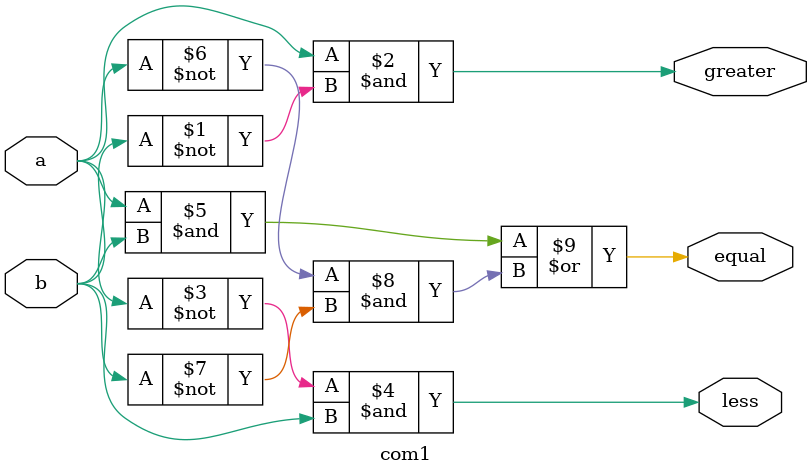
<source format=v>
module com1 ( input a, input b, output greater,   output less, output equal );
    assign greater = a & (~b);
    assign less = (~a) & b;
    assign equal = (a&b) | ((~a) & (~b)) ;
    
endmodule


    
</source>
